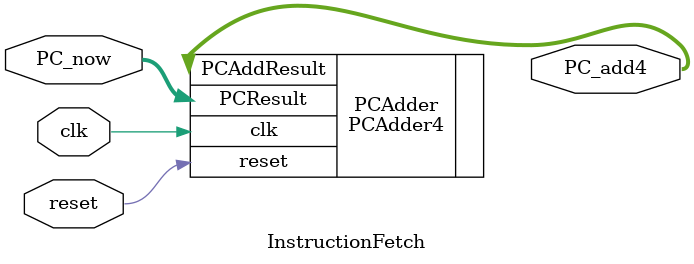
<source format=v>
module InstructionFetch(PC_now, PC_add4, clk, reset);
	
	// PCAdder4
	input [31:0] PC_now;
	input clk, reset;
	output [31:0] PC_add4;
	
	PCAdder4 PCAdder(.PCResult(PC_now), .PCAddResult(PC_add4), .clk(clk), .reset(reset));
endmodule

</source>
